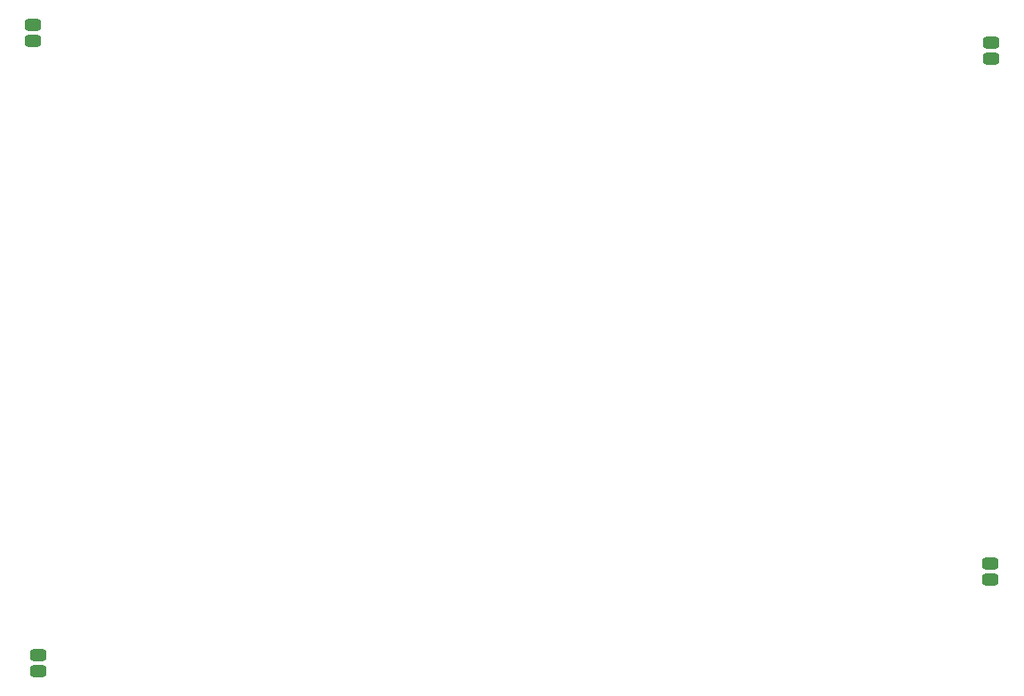
<source format=gbp>
G04 Layer_Color=128*
%FSLAX25Y25*%
%MOIN*%
G70*
G01*
G75*
G04:AMPARAMS|DCode=240|XSize=44mil|YSize=61mil|CornerRadius=10.5mil|HoleSize=0mil|Usage=FLASHONLY|Rotation=90.000|XOffset=0mil|YOffset=0mil|HoleType=Round|Shape=RoundedRectangle|*
%AMROUNDEDRECTD240*
21,1,0.04400,0.04000,0,0,90.0*
21,1,0.02300,0.06100,0,0,90.0*
1,1,0.02100,0.02000,0.01150*
1,1,0.02100,0.02000,-0.01150*
1,1,0.02100,-0.02000,-0.01150*
1,1,0.02100,-0.02000,0.01150*
%
%ADD240ROUNDEDRECTD240*%
G54D240*
X530703Y38925D02*
D03*
Y44925D02*
D03*
X531103Y240325D02*
D03*
Y234325D02*
D03*
X173703Y10825D02*
D03*
Y4825D02*
D03*
X171903Y246925D02*
D03*
Y240925D02*
D03*
M02*

</source>
